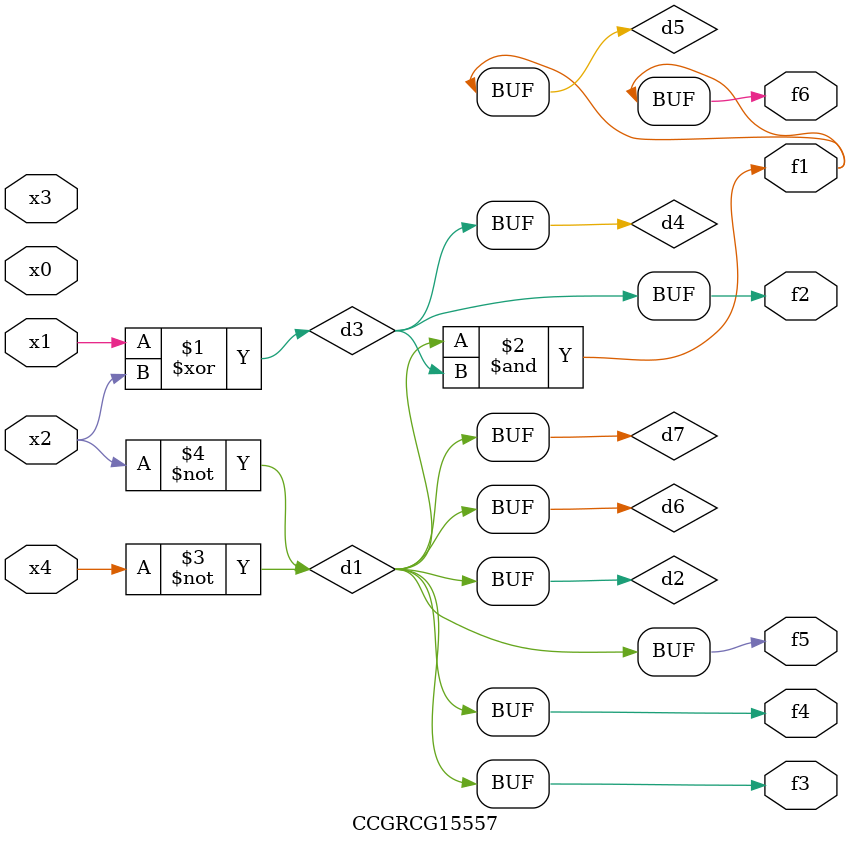
<source format=v>
module CCGRCG15557(
	input x0, x1, x2, x3, x4,
	output f1, f2, f3, f4, f5, f6
);

	wire d1, d2, d3, d4, d5, d6, d7;

	not (d1, x4);
	not (d2, x2);
	xor (d3, x1, x2);
	buf (d4, d3);
	and (d5, d1, d3);
	buf (d6, d1, d2);
	buf (d7, d2);
	assign f1 = d5;
	assign f2 = d4;
	assign f3 = d7;
	assign f4 = d7;
	assign f5 = d7;
	assign f6 = d5;
endmodule

</source>
